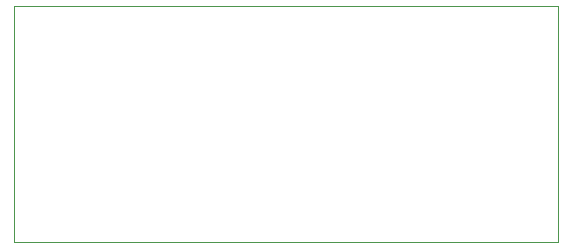
<source format=gm1>
G04 #@! TF.GenerationSoftware,KiCad,Pcbnew,8.0.4*
G04 #@! TF.CreationDate,2024-08-16T15:34:14+02:00*
G04 #@! TF.ProjectId,AT8,4154382e-6b69-4636-9164-5f7063625858,00*
G04 #@! TF.SameCoordinates,Original*
G04 #@! TF.FileFunction,Profile,NP*
%FSLAX46Y46*%
G04 Gerber Fmt 4.6, Leading zero omitted, Abs format (unit mm)*
G04 Created by KiCad (PCBNEW 8.0.4) date 2024-08-16 15:34:14*
%MOMM*%
%LPD*%
G01*
G04 APERTURE LIST*
G04 #@! TA.AperFunction,Profile*
%ADD10C,0.100000*%
G04 #@! TD*
G04 APERTURE END LIST*
D10*
X12674000Y-12700000D02*
X58674000Y-12700000D01*
X58674000Y-32700000D01*
X12674000Y-32700000D01*
X12674000Y-12700000D01*
M02*

</source>
